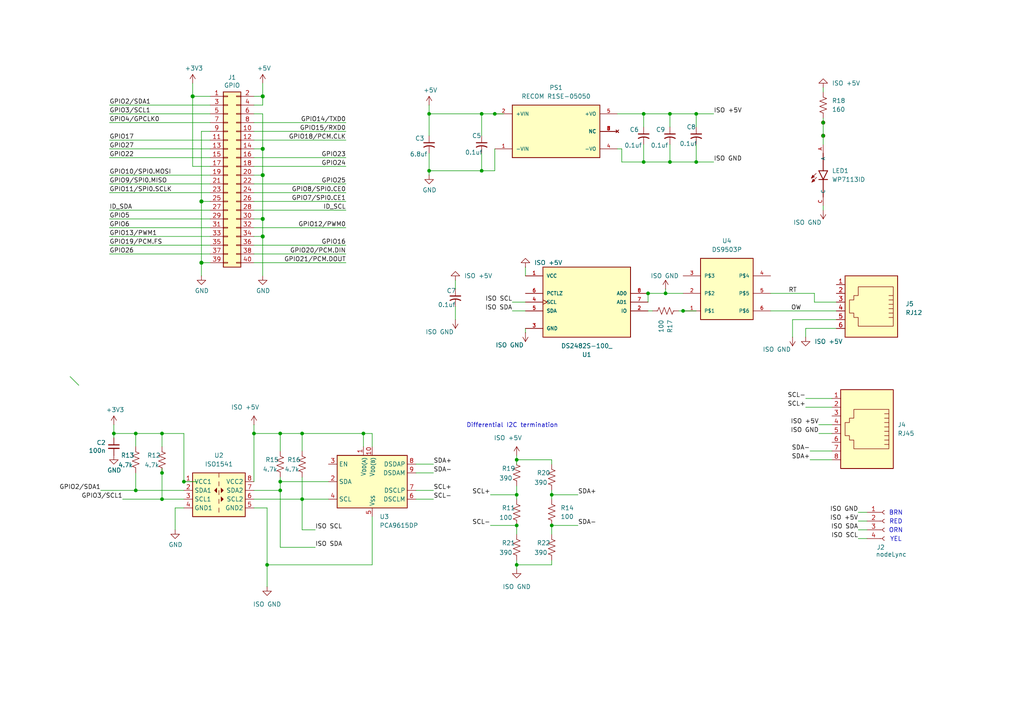
<source format=kicad_sch>
(kicad_sch (version 20250114) (generator "eeschema") (generator_version "9.0")
  (paper "A4")
  (title_block (title "Garden RPI I2C") (date "2025-06-09") (rev "1.3") (company "Vinnie Moscaritolo"))
  (lib_symbols
    (symbol "Connector:Conn_01x04_Socket" (pin_names (offset 1.016) (hide yes))
      (property "Reference" "J" (at 0 5.08 0))
      (property "Value" "Conn_01x04_Socket" (at 0 -7.62 0))
      (symbol "Conn_01x04_Socket_1_1"
        (pin passive line (at -5.08 2.54 0) (length 3.81) (name "Pin_1") (number "1"))
        (pin passive line (at -5.08 0 0) (length 3.81) (name "Pin_2") (number "2"))
        (pin passive line (at -5.08 -2.54 0) (length 3.81) (name "Pin_3") (number "3"))
        (pin passive line (at -5.08 -5.08 0) (length 3.81) (name "Pin_4") (number "4"))
      )
    )
    (symbol "Connector:RJ12" (pin_names (offset 1.016))
      (property "Reference" "J" (at -5.08 11.43 0))
      (property "Value" "RJ12" (at 2.54 11.43 0))
      (symbol "RJ12_1_1"
        (pin passive line (at 10.16 7.62 180) (length 2.54) (name "~") (number "6"))
        (pin passive line (at 10.16 5.08 180) (length 2.54) (name "~") (number "5"))
        (pin passive line (at 10.16 2.54 180) (length 2.54) (name "~") (number "4"))
        (pin passive line (at 10.16 0 180) (length 2.54) (name "~") (number "3"))
        (pin passive line (at 10.16 -2.54 180) (length 2.54) (name "~") (number "2"))
        (pin passive line (at 10.16 -5.08 180) (length 2.54) (name "~") (number "1"))
      )
    )
    (symbol "Connector:RJ45" (pin_names (offset 1.016))
      (property "Reference" "J" (at -5.08 13.97 0))
      (property "Value" "RJ45" (at 2.54 13.97 0))
      (symbol "RJ45_1_1"
        (pin passive line (at 10.16 10.16 180) (length 2.54) (name "~") (number "8"))
        (pin passive line (at 10.16 7.62 180) (length 2.54) (name "~") (number "7"))
        (pin passive line (at 10.16 5.08 180) (length 2.54) (name "~") (number "6"))
        (pin passive line (at 10.16 2.54 180) (length 2.54) (name "~") (number "5"))
        (pin passive line (at 10.16 0 180) (length 2.54) (name "~") (number "4"))
        (pin passive line (at 10.16 -2.54 180) (length 2.54) (name "~") (number "3"))
        (pin passive line (at 10.16 -5.08 180) (length 2.54) (name "~") (number "2"))
        (pin passive line (at 10.16 -7.62 180) (length 2.54) (name "~") (number "1"))
      )
    )
    (symbol "Connector:TestPoint_Small" (pin_numbers (hide yes)) (pin_names (offset 0.762) (hide yes))
      (property "Reference" "TP" (at 0 3.81 0))
      (property "Value" "TestPoint_Small" (at 0 2.032 0))
      (symbol "TestPoint_Small_1_1"
        (pin passive line (at 0 0 90) (length 0) (name "1") (number "1"))
      )
    )
    (symbol "Connector_Generic:Conn_02x20_Odd_Even" (pin_names (offset 1.016) (hide yes))
      (property "Reference" "J" (at 1.27 25.4 0))
      (property "Value" "Conn_02x20_Odd_Even" (at 1.27 -27.94 0))
      (symbol "Conn_02x20_Odd_Even_1_1"
        (pin passive line (at -5.08 22.86 0) (length 3.81) (name "Pin_1") (number "1"))
        (pin passive line (at -5.08 20.32 0) (length 3.81) (name "Pin_3") (number "3"))
        (pin passive line (at -5.08 17.78 0) (length 3.81) (name "Pin_5") (number "5"))
        (pin passive line (at -5.08 15.24 0) (length 3.81) (name "Pin_7") (number "7"))
        (pin passive line (at -5.08 12.7 0) (length 3.81) (name "Pin_9") (number "9"))
        (pin passive line (at -5.08 10.16 0) (length 3.81) (name "Pin_11") (number "11"))
        (pin passive line (at -5.08 7.62 0) (length 3.81) (name "Pin_13") (number "13"))
        (pin passive line (at -5.08 5.08 0) (length 3.81) (name "Pin_15") (number "15"))
        (pin passive line (at -5.08 2.54 0) (length 3.81) (name "Pin_17") (number "17"))
        (pin passive line (at -5.08 0 0) (length 3.81) (name "Pin_19") (number "19"))
        (pin passive line (at -5.08 -2.54 0) (length 3.81) (name "Pin_21") (number "21"))
        (pin passive line (at -5.08 -5.08 0) (length 3.81) (name "Pin_23") (number "23"))
        (pin passive line (at -5.08 -7.62 0) (length 3.81) (name "Pin_25") (number "25"))
        (pin passive line (at -5.08 -10.16 0) (length 3.81) (name "Pin_27") (number "27"))
        (pin passive line (at -5.08 -12.7 0) (length 3.81) (name "Pin_29") (number "29"))
        (pin passive line (at -5.08 -15.24 0) (length 3.81) (name "Pin_31") (number "31"))
        (pin passive line (at -5.08 -17.78 0) (length 3.81) (name "Pin_33") (number "33"))
        (pin passive line (at -5.08 -20.32 0) (length 3.81) (name "Pin_35") (number "35"))
        (pin passive line (at -5.08 -22.86 0) (length 3.81) (name "Pin_37") (number "37"))
        (pin passive line (at -5.08 -25.4 0) (length 3.81) (name "Pin_39") (number "39"))
        (pin passive line (at 7.62 22.86 180) (length 3.81) (name "Pin_2") (number "2"))
        (pin passive line (at 7.62 20.32 180) (length 3.81) (name "Pin_4") (number "4"))
        (pin passive line (at 7.62 17.78 180) (length 3.81) (name "Pin_6") (number "6"))
        (pin passive line (at 7.62 15.24 180) (length 3.81) (name "Pin_8") (number "8"))
        (pin passive line (at 7.62 12.7 180) (length 3.81) (name "Pin_10") (number "10"))
        (pin passive line (at 7.62 10.16 180) (length 3.81) (name "Pin_12") (number "12"))
        (pin passive line (at 7.62 7.62 180) (length 3.81) (name "Pin_14") (number "14"))
        (pin passive line (at 7.62 5.08 180) (length 3.81) (name "Pin_16") (number "16"))
        (pin passive line (at 7.62 2.54 180) (length 3.81) (name "Pin_18") (number "18"))
        (pin passive line (at 7.62 0 180) (length 3.81) (name "Pin_20") (number "20"))
        (pin passive line (at 7.62 -2.54 180) (length 3.81) (name "Pin_22") (number "22"))
        (pin passive line (at 7.62 -5.08 180) (length 3.81) (name "Pin_24") (number "24"))
        (pin passive line (at 7.62 -7.62 180) (length 3.81) (name "Pin_26") (number "26"))
        (pin passive line (at 7.62 -10.16 180) (length 3.81) (name "Pin_28") (number "28"))
        (pin passive line (at 7.62 -12.7 180) (length 3.81) (name "Pin_30") (number "30"))
        (pin passive line (at 7.62 -15.24 180) (length 3.81) (name "Pin_32") (number "32"))
        (pin passive line (at 7.62 -17.78 180) (length 3.81) (name "Pin_34") (number "34"))
        (pin passive line (at 7.62 -20.32 180) (length 3.81) (name "Pin_36") (number "36"))
        (pin passive line (at 7.62 -22.86 180) (length 3.81) (name "Pin_38") (number "38"))
        (pin passive line (at 7.62 -25.4 180) (length 3.81) (name "Pin_40") (number "40"))
      )
    )
    (symbol "DS2482S-100_:DS2482S-100_" (pin_names (offset 1.016))
      (property "Reference" "U" (at -12.7 10.16 0))
      (property "Value" "DS2482S-100_" (at -12.7 -12.7 0))
      (symbol "DS2482S-100__0_0"
        (pin input line (at -17.78 2.54 0) (length 5.08) (name "AD0") (number "8"))
        (pin input line (at -17.78 0 0) (length 5.08) (name "AD1") (number "7"))
        (pin bidirectional line (at -17.78 -2.54 0) (length 5.08) (name "IO") (number "2"))
        (pin power_in line (at 17.78 7.62 180) (length 5.08) (name "VCC") (number "1"))
        (pin output line (at 17.78 2.54 180) (length 5.08) (name "PCTLZ") (number "6"))
        (pin input clock (at 17.78 0 180) (length 5.08) (name "SCL") (number "4"))
        (pin bidirectional line (at 17.78 -2.54 180) (length 5.08) (name "SDA") (number "5"))
        (pin power_in line (at 17.78 -7.62 180) (length 5.08) (name "GND") (number "3"))
      )
    )
    (symbol "DS9503P:DS9503P" (pin_names (offset 1.016))
      (property "Reference" "U" (at 0 0 0))
      (property "Value" "DS9503P" (at 0 0 0))
      (symbol "DS9503P_0_0"
        (pin bidirectional line (at -12.7 5.08 0) (length 5.08) (name "P$1") (number "1"))
        (pin bidirectional line (at -12.7 0 0) (length 5.08) (name "P$2") (number "2"))
        (pin bidirectional line (at -12.7 -5.08 0) (length 5.08) (name "P$3") (number "3"))
        (pin bidirectional line (at 12.7 5.08 180) (length 5.08) (name "P$6") (number "6"))
        (pin bidirectional line (at 12.7 0 180) (length 5.08) (name "P$5") (number "5"))
        (pin bidirectional line (at 12.7 -5.08 180) (length 5.08) (name "P$4") (number "4"))
      )
    )
    (symbol "Device:C_Small" (pin_numbers (hide yes)) (pin_names (offset 0.254) (hide yes))
      (property "Reference" "C" (at 0.254 1.778 0))
      (property "Value" "C_Small" (at 0.254 -2.032 0))
      (symbol "C_Small_1_1"
        (pin passive line (at 0 2.54 270) (length 2.032) (name "~") (number "1"))
        (pin passive line (at 0 -2.54 90) (length 2.032) (name "~") (number "2"))
      )
    )
    (symbol "Device:C_Small_US" (pin_numbers (hide yes)) (pin_names (offset 0.254) (hide yes))
      (property "Reference" "C" (at 0.254 1.778 0))
      (property "Value" "C_Small_US" (at 0.254 -2.032 0))
      (symbol "C_Small_US_1_1"
        (pin passive line (at 0 2.54 270) (length 2.032) (name "~") (number "1"))
        (pin passive line (at 0 -2.54 90) (length 2.032) (name "~") (number "2"))
      )
    )
    (symbol "Device:R_US" (pin_numbers (hide yes)) (pin_names (offset 0))
      (property "Reference" "R" (at 2.54 0 90))
      (property "Value" "R_US" (at -2.54 0 90))
      (symbol "R_US_1_1"
        (pin passive line (at 0 3.81 270) (length 1.27) (name "~") (number "1"))
        (pin passive line (at 0 -3.81 90) (length 1.27) (name "~") (number "2"))
      )
    )
    (symbol "Interface:PCA9615DP"
      (property "Reference" "U" (at -10.16 8.89 0))
      (property "Value" "PCA9615DP" (at 1.27 8.89 0))
      (symbol "PCA9615DP_1_1"
        (pin input line (at -12.7 5.08 0) (length 2.54) (name "EN") (number "3"))
        (pin bidirectional line (at -12.7 0 0) (length 2.54) (name "SDA") (number "2"))
        (pin bidirectional line (at -12.7 -5.08 0) (length 2.54) (name "SCL") (number "4"))
        (pin power_in line (at -2.54 10.16 270) (length 2.54) (name "V_{DD(A)}") (number "1"))
        (pin power_in line (at 0 10.16 270) (length 2.54) (name "V_{DD(B)}") (number "10"))
        (pin power_in line (at 0 -10.16 90) (length 2.54) (name "V_{SS}") (number "5"))
        (pin bidirectional line (at 12.7 5.08 180) (length 2.54) (name "DSDAP") (number "8"))
        (pin bidirectional line (at 12.7 2.54 180) (length 2.54) (name "DSDAM") (number "9"))
        (pin bidirectional line (at 12.7 -2.54 180) (length 2.54) (name "DSCLP") (number "7"))
        (pin bidirectional line (at 12.7 -5.08 180) (length 2.54) (name "DSCLM") (number "6"))
      )
    )
    (symbol "Isolator:ISO1541"
      (property "Reference" "U" (at -6.35 6.35 0))
      (property "Value" "ISO1541" (at 3.81 6.35 0))
      (symbol "ISO1541_1_1"
        (pin power_in line (at -10.16 2.54 0) (length 2.54) (name "VCC1") (number "1"))
        (pin bidirectional line (at -10.16 0 0) (length 2.54) (name "SDA1") (number "2"))
        (pin input line (at -10.16 -2.54 0) (length 2.54) (name "SCL1") (number "3"))
        (pin power_in line (at -10.16 -5.08 0) (length 2.54) (name "GND1") (number "4"))
        (pin power_in line (at 10.16 2.54 180) (length 2.54) (name "VCC2") (number "8"))
        (pin bidirectional line (at 10.16 0 180) (length 2.54) (name "SDA2") (number "7"))
        (pin output line (at 10.16 -2.54 180) (length 2.54) (name "SCL2") (number "6"))
        (pin power_in line (at 10.16 -5.08 180) (length 2.54) (name "GND2") (number "5"))
      )
    )
    (symbol "TSM_1212S:TSM_1212S" (pin_names (offset 1.016))
      (property "Reference" "PS" (at -12.7 8.128 0))
      (property "Value" "TSM_1212S" (at -12.7 -10.16 0))
      (symbol "TSM_1212S_0_0"
        (pin input line (at -17.78 5.08 0) (length 5.08) (name "+VIN") (number "2"))
        (pin input line (at -17.78 -5.08 0) (length 5.08) (name "-VIN") (number "1"))
        (pin output line (at 17.78 5.08 180) (length 5.08) (name "+VO") (number "5"))
        (pin no_connect line (at 17.78 0 180) (length 5.08) (name "NC") (number "3"))
        (pin no_connect line (at 17.78 0 180) (length 5.08) (name "NC") (number "6"))
        (pin no_connect line (at 17.78 0 180) (length 5.08) (name "NC") (number "7"))
        (pin no_connect line (at 17.78 0 180) (length 5.08) (name "NC") (number "8"))
        (pin output line (at 17.78 -5.08 180) (length 5.08) (name "-VO") (number "4"))
      )
    )
    (symbol "WP7113ID:WP7113ID" (pin_names (offset 1.016))
      (property "Reference" "D" (at -2.0355 4.071 0))
      (property "Value" "WP7113ID" (at -2.0386 -3.8224 0))
      (symbol "WP7113ID_0_0"
        (pin passive line (at -7.62 0 0) (length 2.54) (name "C") (number "C"))
        (pin passive line (at 10.16 0 180) (length 2.54) (name "A") (number "A"))
      )
    )
    (symbol "power:+3.3V" (power) (pin_numbers (hide yes)) (pin_names (offset 0) (hide yes))
      (property "Value" "+3.3V" (at 0 3.556 0))
      (symbol "+3.3V_1_1"
        (pin power_in line (at 0 0 90) (length 0) (name "~") (number "1"))
      )
    )
    (symbol "power:+5V" (power) (pin_numbers (hide yes)) (pin_names (offset 0) (hide yes))
      (property "Value" "+5V" (at 0 3.556 0))
      (symbol "+5V_1_1"
        (pin power_in line (at 0 0 90) (length 0) (name "~") (number "1"))
      )
    )
    (symbol "power:+5VP" (power) (pin_numbers (hide yes)) (pin_names (offset 0) (hide yes))
      (property "Value" "+5VP" (at 0 3.556 0))
      (symbol "+5VP_1_1"
        (pin power_in line (at 0 0 90) (length 0) (name "~") (number "1"))
      )
    )
    (symbol "power:GND" (power) (pin_numbers (hide yes)) (pin_names (offset 0) (hide yes))
      (property "Value" "GND" (at 0 -3.81 0))
      (symbol "GND_1_1"
        (pin power_in line (at 0 0 270) (length 0) (name "~") (number "1"))
      )
    )
    (symbol "power:GND1" (power) (pin_numbers (hide yes)) (pin_names (offset 0) (hide yes))
      (property "Value" "GND1" (at 0 -3.81 0))
      (symbol "GND1_1_1"
        (pin power_in line (at 0 0 270) (length 0) (name "~") (number "1"))
      )
    )
  )
  (text "BRN" (at 259.842 148.844 0) (effects (font (size 1.27 1.27))))
  (text "Differential I2C termination" (at 148.59 123.444 0) (effects (font (size 1.27 1.27))))
  (text "YEL" (at 259.842 156.464 0) (effects (font (size 1.27 1.27))))
  (text "RED\n" (at 259.842 151.384 0) (effects (font (size 1.27 1.27))))
  (text "ORN" (at 259.842 153.924 0) (effects (font (size 1.27 1.27))))
  (junction (at 139.7 33.02))
  (junction (at 76.2 27.94) (diameter 1.016))
  (junction (at 81.28 125.73))
  (junction (at 76.2 43.18) (diameter 1.016))
  (junction (at 187.96 85.09))
  (junction (at 81.28 139.7))
  (junction (at 87.63 144.78))
  (junction (at 46.99 125.73))
  (junction (at 139.7 49.53))
  (junction (at 186.69 46.99))
  (junction (at 149.86 152.4))
  (junction (at 198.12 90.17))
  (junction (at 194.31 33.02))
  (junction (at 53.34 139.7))
  (junction (at 58.42 76.2) (diameter 1.016))
  (junction (at 193.04 85.09))
  (junction (at 124.46 33.02))
  (junction (at 58.42 58.42) (diameter 1.016))
  (junction (at 149.86 133.35))
  (junction (at 46.99 137.16))
  (junction (at 201.93 46.99))
  (junction (at 76.2 68.58) (diameter 1.016))
  (junction (at 194.31 46.99))
  (junction (at 238.76 39.37))
  (junction (at 143.51 33.02))
  (junction (at 81.28 142.24))
  (junction (at 160.02 152.4))
  (junction (at 238.76 35.56))
  (junction (at 33.02 125.73))
  (junction (at 124.46 49.53))
  (junction (at 186.69 33.02))
  (junction (at 87.63 125.73))
  (junction (at 76.2 63.5) (diameter 1.016))
  (junction (at 46.99 144.78))
  (junction (at 76.2 50.8) (diameter 1.016))
  (junction (at 39.37 125.73))
  (junction (at 160.02 143.51))
  (junction (at 149.86 143.51))
  (junction (at 39.37 142.24))
  (junction (at 77.47 163.83))
  (junction (at 201.93 33.02))
  (junction (at 73.66 125.73))
  (junction (at 149.86 163.83))
  (junction (at 105.41 125.73))
  (junction (at 55.88 27.94) (diameter 1.016))
  (bus_entry (at 20.32 109.22) (size 2.54 2.54))
  (wire (pts (xy 152.4 96.52) (xy 152.4 95.25)))
  (wire (pts (xy 58.42 58.42) (xy 58.42 76.2)))
  (wire (pts (xy 73.66 58.42) (xy 100.33 58.42)))
  (wire (pts (xy 46.99 135.89) (xy 46.99 137.16)))
  (wire (pts (xy 107.95 125.73) (xy 105.41 125.73)))
  (wire (pts (xy 87.63 138.43) (xy 87.63 144.78)))
  (wire (pts (xy 105.41 125.73) (xy 87.63 125.73)))
  (wire (pts (xy 207.01 46.99) (xy 201.93 46.99)))
  (wire (pts (xy 60.96 40.64) (xy 31.75 40.64)))
  (wire (pts (xy 142.24 152.4) (xy 149.86 152.4)))
  (wire (pts (xy 233.68 115.57) (xy 241.3 115.57)))
  (wire (pts (xy 73.66 147.32) (xy 77.47 147.32)))
  (wire (pts (xy 149.86 163.83) (xy 160.02 163.83)))
  (wire (pts (xy 50.8 147.32) (xy 50.8 153.67)))
  (wire (pts (xy 76.2 33.02) (xy 76.2 43.18)))
  (wire (pts (xy 229.87 97.79) (xy 229.87 92.71)))
  (wire (pts (xy 76.2 50.8) (xy 73.66 50.8)))
  (wire (pts (xy 73.66 142.24) (xy 81.28 142.24)))
  (wire (pts (xy 81.28 142.24) (xy 81.28 158.75)))
  (wire (pts (xy 76.2 63.5) (xy 76.2 68.58)))
  (wire (pts (xy 196.85 90.17) (xy 198.12 90.17)))
  (wire (pts (xy 193.04 83.82) (xy 193.04 85.09)))
  (wire (pts (xy 53.34 125.73) (xy 53.34 139.7)))
  (wire (pts (xy 160.02 143.51) (xy 160.02 142.24)))
  (wire (pts (xy 194.31 46.99) (xy 201.93 46.99)))
  (wire (pts (xy 238.76 35.56) (xy 238.76 39.37)))
  (wire (pts (xy 223.52 85.09) (xy 236.22 85.09)))
  (wire (pts (xy 91.44 153.67) (xy 87.63 153.67)))
  (wire (pts (xy 46.99 125.73) (xy 53.34 125.73)))
  (wire (pts (xy 248.92 156.21) (xy 251.46 156.21)))
  (wire (pts (xy 76.2 50.8) (xy 76.2 63.5)))
  (wire (pts (xy 46.99 125.73) (xy 46.99 129.54)))
  (wire (pts (xy 73.66 35.56) (xy 100.33 35.56)))
  (wire (pts (xy 201.93 33.02) (xy 201.93 36.83)))
  (wire (pts (xy 180.34 46.99) (xy 180.34 43.18)))
  (wire (pts (xy 58.42 38.1) (xy 58.42 58.42)))
  (wire (pts (xy 87.63 144.78) (xy 95.25 144.78)))
  (wire (pts (xy 73.66 125.73) (xy 81.28 125.73)))
  (wire (pts (xy 33.02 125.73) (xy 33.02 127)))
  (wire (pts (xy 53.34 147.32) (xy 50.8 147.32)))
  (wire (pts (xy 237.49 123.19) (xy 241.3 123.19)))
  (wire (pts (xy 58.42 38.1) (xy 60.96 38.1)))
  (wire (pts (xy 149.86 133.35) (xy 149.86 134.62)))
  (wire (pts (xy 73.66 55.88) (xy 100.33 55.88)))
  (wire (pts (xy 73.66 123.19) (xy 73.66 125.73)))
  (wire (pts (xy 248.92 153.67) (xy 251.46 153.67)))
  (wire (pts (xy 60.96 60.96) (xy 31.75 60.96)))
  (wire (pts (xy 120.65 142.24) (xy 125.73 142.24)))
  (wire (pts (xy 31.75 63.5) (xy 60.96 63.5)))
  (wire (pts (xy 105.41 129.54) (xy 105.41 125.73)))
  (wire (pts (xy 139.7 49.53) (xy 143.51 49.53)))
  (wire (pts (xy 58.42 58.42) (xy 60.96 58.42)))
  (wire (pts (xy 149.86 152.4) (xy 149.86 154.94)))
  (wire (pts (xy 149.86 162.56) (xy 149.86 163.83)))
  (wire (pts (xy 73.66 45.72) (xy 100.33 45.72)))
  (wire (pts (xy 143.51 43.18) (xy 143.51 49.53)))
  (wire (pts (xy 201.93 41.91) (xy 201.93 46.99)))
  (wire (pts (xy 39.37 137.16) (xy 39.37 142.24)))
  (wire (pts (xy 81.28 125.73) (xy 87.63 125.73)))
  (wire (pts (xy 35.56 144.78) (xy 46.99 144.78)))
  (wire (pts (xy 238.76 59.69) (xy 238.76 60.96)))
  (wire (pts (xy 73.66 76.2) (xy 100.33 76.2)))
  (wire (pts (xy 58.42 76.2) (xy 58.42 80.01)))
  (wire (pts (xy 31.75 43.18) (xy 60.96 43.18)))
  (wire (pts (xy 55.88 24.13) (xy 55.88 27.94)))
  (wire (pts (xy 160.02 143.51) (xy 167.64 143.51)))
  (wire (pts (xy 132.08 92.71) (xy 132.08 88.9)))
  (wire (pts (xy 193.04 85.09) (xy 187.96 85.09)))
  (wire (pts (xy 39.37 125.73) (xy 39.37 129.54)))
  (wire (pts (xy 143.51 33.02) (xy 139.7 33.02)))
  (wire (pts (xy 53.34 139.7) (xy 57.15 139.7)))
  (wire (pts (xy 124.46 33.02) (xy 124.46 39.37)))
  (wire (pts (xy 194.31 33.02) (xy 194.31 36.83)))
  (wire (pts (xy 76.2 68.58) (xy 73.66 68.58)))
  (wire (pts (xy 46.99 137.16) (xy 46.99 144.78)))
  (wire (pts (xy 107.95 129.54) (xy 107.95 125.73)))
  (wire (pts (xy 160.02 152.4) (xy 167.64 152.4)))
  (wire (pts (xy 31.75 33.02) (xy 60.96 33.02)))
  (wire (pts (xy 194.31 41.91) (xy 194.31 46.99)))
  (wire (pts (xy 31.75 55.88) (xy 60.96 55.88)))
  (wire (pts (xy 87.63 125.73) (xy 87.63 130.81)))
  (wire (pts (xy 55.88 48.26) (xy 60.96 48.26)))
  (wire (pts (xy 77.47 147.32) (xy 77.47 163.83)))
  (wire (pts (xy 60.96 30.48) (xy 31.75 30.48)))
  (wire (pts (xy 139.7 49.53) (xy 139.7 44.45)))
  (wire (pts (xy 107.95 163.83) (xy 77.47 163.83)))
  (wire (pts (xy 76.2 27.94) (xy 76.2 30.48)))
  (wire (pts (xy 193.04 85.09) (xy 198.12 85.09)))
  (wire (pts (xy 160.02 162.56) (xy 160.02 163.83)))
  (wire (pts (xy 76.2 43.18) (xy 76.2 50.8)))
  (wire (pts (xy 81.28 139.7) (xy 81.28 142.24)))
  (wire (pts (xy 73.66 40.64) (xy 100.33 40.64)))
  (wire (pts (xy 76.2 43.18) (xy 73.66 43.18)))
  (wire (pts (xy 124.46 49.53) (xy 139.7 49.53)))
  (wire (pts (xy 46.99 144.78) (xy 53.34 144.78)))
  (wire (pts (xy 76.2 24.13) (xy 76.2 27.94)))
  (wire (pts (xy 39.37 142.24) (xy 53.34 142.24)))
  (wire (pts (xy 237.49 125.73) (xy 241.3 125.73)))
  (wire (pts (xy 139.7 33.02) (xy 139.7 39.37)))
  (wire (pts (xy 31.75 35.56) (xy 60.96 35.56)))
  (wire (pts (xy 186.69 33.02) (xy 186.69 36.83)))
  (wire (pts (xy 76.2 27.94) (xy 73.66 27.94)))
  (wire (pts (xy 55.88 27.94) (xy 55.88 48.26)))
  (wire (pts (xy 73.66 48.26) (xy 100.33 48.26)))
  (wire (pts (xy 73.66 38.1) (xy 100.33 38.1)))
  (wire (pts (xy 124.46 33.02) (xy 139.7 33.02)))
  (wire (pts (xy 234.95 130.81) (xy 241.3 130.81)))
  (wire (pts (xy 33.02 125.73) (xy 39.37 125.73)))
  (wire (pts (xy 242.57 95.25) (xy 233.68 95.25)))
  (wire (pts (xy 31.75 45.72) (xy 60.96 45.72)))
  (wire (pts (xy 31.75 53.34) (xy 60.96 53.34)))
  (wire (pts (xy 180.34 43.18) (xy 179.07 43.18)))
  (wire (pts (xy 132.08 81.28) (xy 132.08 83.82)))
  (wire (pts (xy 73.66 144.78) (xy 87.63 144.78)))
  (wire (pts (xy 81.28 139.7) (xy 95.25 139.7)))
  (wire (pts (xy 31.75 66.04) (xy 60.96 66.04)))
  (wire (pts (xy 124.46 49.53) (xy 124.46 50.8)))
  (wire (pts (xy 33.02 123.19) (xy 33.02 125.73)))
  (wire (pts (xy 76.2 30.48) (xy 73.66 30.48)))
  (wire (pts (xy 189.23 90.17) (xy 187.96 90.17)))
  (wire (pts (xy 77.47 163.83) (xy 77.47 170.18)))
  (wire (pts (xy 149.86 143.51) (xy 149.86 144.78)))
  (wire (pts (xy 248.92 151.13) (xy 251.46 151.13)))
  (wire (pts (xy 29.21 142.24) (xy 39.37 142.24)))
  (wire (pts (xy 148.59 90.17) (xy 152.4 90.17)))
  (wire (pts (xy 31.75 71.12) (xy 60.96 71.12)))
  (wire (pts (xy 149.86 140.97) (xy 149.86 143.51)))
  (wire (pts (xy 73.66 71.12) (xy 100.33 71.12)))
  (wire (pts (xy 248.92 148.59) (xy 251.46 148.59)))
  (wire (pts (xy 160.02 152.4) (xy 160.02 154.94)))
  (wire (pts (xy 238.76 39.37) (xy 238.76 41.91)))
  (wire (pts (xy 186.69 41.91) (xy 186.69 46.99)))
  (wire (pts (xy 81.28 138.43) (xy 81.28 139.7)))
  (wire (pts (xy 180.34 46.99) (xy 186.69 46.99)))
  (wire (pts (xy 73.66 66.04) (xy 100.33 66.04)))
  (wire (pts (xy 58.42 76.2) (xy 60.96 76.2)))
  (wire (pts (xy 160.02 133.35) (xy 149.86 133.35)))
  (wire (pts (xy 146.05 33.02) (xy 143.51 33.02)))
  (wire (pts (xy 160.02 144.78) (xy 160.02 143.51)))
  (wire (pts (xy 187.96 85.09) (xy 187.96 87.63)))
  (wire (pts (xy 73.66 125.73) (xy 73.66 139.7)))
  (wire (pts (xy 73.66 73.66) (xy 100.33 73.66)))
  (wire (pts (xy 223.52 90.17) (xy 242.57 90.17)))
  (wire (pts (xy 152.4 77.47) (xy 152.4 80.01)))
  (wire (pts (xy 76.2 33.02) (xy 73.66 33.02)))
  (wire (pts (xy 107.95 149.86) (xy 107.95 163.83)))
  (wire (pts (xy 31.75 73.66) (xy 60.96 73.66)))
  (wire (pts (xy 186.69 33.02) (xy 194.31 33.02)))
  (wire (pts (xy 160.02 133.35) (xy 160.02 134.62)))
  (wire (pts (xy 236.22 87.63) (xy 242.57 87.63)))
  (wire (pts (xy 120.65 134.62) (xy 125.73 134.62)))
  (wire (pts (xy 124.46 33.02) (xy 124.46 30.48)))
  (wire (pts (xy 87.63 144.78) (xy 87.63 153.67)))
  (wire (pts (xy 76.2 68.58) (xy 76.2 80.01)))
  (wire (pts (xy 73.66 53.34) (xy 100.33 53.34)))
  (wire (pts (xy 60.96 68.58) (xy 31.75 68.58)))
  (wire (pts (xy 91.44 158.75) (xy 81.28 158.75)))
  (wire (pts (xy 201.93 90.17) (xy 198.12 90.17)))
  (wire (pts (xy 238.76 35.56) (xy 238.76 34.29)))
  (wire (pts (xy 186.69 46.99) (xy 194.31 46.99)))
  (wire (pts (xy 149.86 132.08) (xy 149.86 133.35)))
  (wire (pts (xy 81.28 125.73) (xy 81.28 130.81)))
  (wire (pts (xy 120.65 144.78) (xy 125.73 144.78)))
  (wire (pts (xy 234.95 133.35) (xy 241.3 133.35)))
  (wire (pts (xy 120.65 137.16) (xy 125.73 137.16)))
  (wire (pts (xy 233.68 95.25) (xy 233.68 97.79)))
  (wire (pts (xy 76.2 63.5) (xy 73.66 63.5)))
  (wire (pts (xy 149.86 163.83) (xy 149.86 165.1)))
  (wire (pts (xy 124.46 44.45) (xy 124.46 49.53)))
  (wire (pts (xy 148.59 87.63) (xy 152.4 87.63)))
  (wire (pts (xy 55.88 27.94) (xy 60.96 27.94)))
  (wire (pts (xy 229.87 92.71) (xy 242.57 92.71)))
  (wire (pts (xy 194.31 33.02) (xy 201.93 33.02)))
  (wire (pts (xy 238.76 26.67) (xy 238.76 25.4)))
  (wire (pts (xy 207.01 33.02) (xy 201.93 33.02)))
  (wire (pts (xy 233.68 118.11) (xy 241.3 118.11)))
  (wire (pts (xy 236.22 85.09) (xy 236.22 87.63)))
  (wire (pts (xy 142.24 143.51) (xy 149.86 143.51)))
  (wire (pts (xy 60.96 50.8) (xy 31.75 50.8)))
  (wire (pts (xy 73.66 60.96) (xy 100.33 60.96)))
  (wire (pts (xy 179.07 33.02) (xy 186.69 33.02)))
  (wire (pts (xy 39.37 125.73) (xy 46.99 125.73)))
  (label "SDA+" (at 167.64 143.51 0))
  (label "ID_SDA" (at 31.75 60.96 0))
  (label "GPIO6" (at 31.75 66.04 0))
  (label "ISO GND" (at 248.92 148.59 180))
  (label "ISO SCL" (at 91.44 153.67 0))
  (label "RT" (at 231.14 85.09 180))
  (label "ID_SCL" (at 100.33 60.96 180))
  (label "GPIO5" (at 31.75 63.5 0))
  (label "GPIO21{slash}PCM.DOUT" (at 100.33 76.2 180))
  (label "GPIO19{slash}PCM.FS" (at 31.75 71.12 0))
  (label "SCL+" (at 125.73 142.24 0))
  (label "GPIO10{slash}SPI0.MOSI" (at 31.75 50.8 0))
  (label "ISO +5V" (at 237.49 123.19 180))
  (label "GPIO9{slash}SPI0.MISO" (at 31.75 53.34 0))
  (label "ISO +5V" (at 248.92 151.13 180))
  (label "GPIO2{slash}SDA1" (at 29.21 142.24 180))
  (label "GPIO23" (at 100.33 45.72 180))
  (label "SDA-" (at 125.73 137.16 0))
  (label "SDA+" (at 234.95 133.35 180))
  (label "GPIO4{slash}GPCLK0" (at 31.75 35.56 0))
  (label "SCL+" (at 233.68 118.11 180))
  (label "GPIO27" (at 31.75 43.18 0))
  (label "GPIO26" (at 31.75 73.66 0))
  (label "GPIO14{slash}TXD0" (at 100.33 35.56 180))
  (label "GPIO8{slash}SPI0.CE0" (at 100.33 55.88 180))
  (label "GPIO15{slash}RXD0" (at 100.33 38.1 180))
  (label "GPIO16" (at 100.33 71.12 180))
  (label "ISO SDA" (at 148.59 90.17 180))
  (label "GPIO3{slash}SCL1" (at 35.56 144.78 180))
  (label "ISO GND" (at 207.01 46.99 0))
  (label "SCL-" (at 142.24 152.4 180))
  (label "GPIO22" (at 31.75 45.72 0))
  (label "SCL-" (at 125.73 144.78 0))
  (label "ISO SCL" (at 248.92 156.21 180))
  (label "ISO SDA" (at 248.92 153.67 180))
  (label "SCL-" (at 233.68 115.57 180))
  (label "GPIO2{slash}SDA1" (at 31.75 30.48 0))
  (label "GPIO17" (at 31.75 40.64 0))
  (label "GPIO25" (at 100.33 53.34 180))
  (label "SCL+" (at 142.24 143.51 180))
  (label "GPIO3{slash}SCL1" (at 31.75 33.02 0))
  (label "SDA+" (at 125.73 134.62 0))
  (label "GPIO18{slash}PCM.CLK" (at 100.33 40.64 180))
  (label "GPIO12{slash}PWM0" (at 100.33 66.04 180))
  (label "SDA-" (at 234.95 130.81 180))
  (label "GPIO13{slash}PWM1" (at 31.75 68.58 0))
  (label "GPIO20{slash}PCM.DIN" (at 100.33 73.66 180))
  (label "GPIO24" (at 100.33 48.26 180))
  (label "ISO SDA" (at 91.44 158.75 0))
  (label "GPIO7{slash}SPI0.CE1" (at 100.33 58.42 180))
  (label "ISO GND" (at 237.49 125.73 180))
  (label "OW" (at 232.41 90.17 180))
  (label "ISO +5V" (at 207.01 33.02 0))
  (label "SDA-" (at 167.64 152.4 0))
  (label "ISO SCL" (at 148.59 87.63 180))
  (label "GPIO11{slash}SPI0.SCLK" (at 31.75 55.88 0))
  (symbol (lib_id "power:+5V") (at 76.2 24.13 0) (unit 1)
    (property "Reference" "#PWR01" (effects (hide yes)))
    (property "Value" "+5V" (at 76.5683 19.8056 0))
    (property "Description" "Power symbol creates a global label with name \"+5V\"" (effects (hide yes)))
  )
  (symbol (lib_id "power:+3.3V") (at 55.88 24.13 0) (unit 1)
    (property "Reference" "#PWR04" (effects (hide yes)))
    (property "Value" "+3V3" (at 56.2483 19.8056 0))
    (property "Description" "Power symbol creates a global label with name \"+3.3V\"" (effects (hide yes)))
  )
  (symbol (lib_id "power:GND") (at 76.2 80.01 0) (unit 1)
    (property "Reference" "#PWR02" (effects (hide yes)))
    (property "Value" "GND" (at 76.3143 84.3344 0))
    (property "Description" "Power symbol creates a global label with name \"GND\" , ground" (effects (hide yes)))
  )
  (symbol (lib_id "power:GND") (at 58.42 80.01 0) (unit 1)
    (property "Reference" "#PWR03" (effects (hide yes)))
    (property "Value" "GND" (at 58.5343 84.3344 0))
    (property "Description" "Power symbol creates a global label with name \"GND\" , ground" (effects (hide yes)))
  )
  (symbol (lib_id "Connector_Generic:Conn_02x20_Odd_Even") (at 66.04 50.8 0) (unit 1)
    (property "Reference" "J1" (at 67.31 22.4598 0))
    (property "Value" "GPIO" (at 67.31 24.765 0))
    (property "Footprint" "Connector_PinSocket_2.54mm:PinSocket_2x20_P2.54mm_Vertical" (effects (hide yes)))
    (property "Description" "Generic connector, double row, 02x20, odd/even pin numbering scheme (row 1 odd numbers, row 2 even numbers), script generated (kicad-library-utils/schlib/autogen/connector/)" (effects (hide yes)))
  )
  (symbol (lib_id "DS9503P:DS9503P") (at 210.82 85.09 0) (mirror x) (unit 1)
    (property "Reference" "U4" (at 210.82 69.85 0))
    (property "Value" "DS9503P" (at 210.82 72.39 0))
    (property "Footprint" "Package_SO_J-Lead:TSOC-6_3.76x3.94mm_P1.27mm" (effects (hide yes)))
    (property "Datasheet" "kicad-embed://DS9503.pdf" (effects (hide yes)))
    (property "MF" "Analog Devices" (effects (hide yes)))
    (property "Description_1" "ESD Protection Diode with Resistors" (effects (hide yes)))
    (property "Package" "TSOC-6 Maxim" (effects (hide yes)))
    (property "Price" "None" (effects (hide yes)))
    (property "SnapEDA_Link" "https://www.snapeda.com/parts/DS9503P+T&R/Analog+Devices/view-part/?ref=snap" (effects (hide yes)))
    (property "MP" "DS9503P+T&amp;R" (effects (hide yes)))
    (property "Availability" "In Stock" (effects (hide yes)))
    (property "Check_prices" "https://www.snapeda.com/parts/DS9503P+T&R/Analog+Devices/view-part/?ref=eda" (effects (hide yes)))
  )
  (symbol (lib_id "Device:R_US") (at 160.02 148.59 0) (unit 1)
    (property "Reference" "R14" (at 162.56 147.3199 0) (effects (justify left)))
    (property "Value" "100" (at 162.56 149.8599 0) (effects (justify left)))
    (property "Footprint" "Resistor_THT:R_Axial_DIN0204_L3.6mm_D1.6mm_P5.08mm_Horizontal" (effects (hide yes)))
    (property "Description" "Resistor, US symbol" (effects (hide yes)))
  )
  (symbol (lib_id "Device:C_Small_US") (at 186.69 39.37 0) (unit 1)
    (property "Reference" "C6" (at 182.626 37.592 0) (effects (justify left)))
    (property "Value" "0.1uf" (at 181.102 42.164 0) (effects (justify left)))
    (property "Footprint" "Capacitor_THT:C_Disc_D5.0mm_W2.5mm_P2.50mm" (effects (hide yes)))
    (property "Description" "capacitor, small US symbol" (effects (hide yes)))
  )
  (symbol (lib_id "power:+5V") (at 124.46 30.48 0) (unit 1)
    (property "Reference" "#PWR05" (effects (hide yes)))
    (property "Value" "+5V" (at 124.8283 26.1556 0))
    (property "Description" "Power symbol creates a global label with name \"+5V\"" (effects (hide yes)))
  )
  (symbol (lib_id "power:GND") (at 33.02 132.08 0) (unit 1)
    (property "Reference" "#PWR0106" (effects (hide yes)))
    (property "Value" "GND" (at 33.1343 136.4044 0))
    (property "Description" "Power symbol creates a global label with name \"GND\" , ground" (effects (hide yes)))
  )
  (symbol (lib_id "Device:R_US") (at 39.37 133.35 0) (unit 1)
    (property "Reference" "R13" (at 35.052 132.08 0) (effects (justify left)))
    (property "Value" "4.7k" (at 34.29 134.874 0) (effects (justify left)))
    (property "Footprint" "Resistor_THT:R_Axial_DIN0204_L3.6mm_D1.6mm_P5.08mm_Horizontal" (effects (hide yes)))
    (property "Description" "Resistor, US symbol" (effects (hide yes)))
  )
  (symbol (lib_id "Connector:TestPoint_Small") (at 238.76 39.37 0) (unit 1)
    (property "Reference" "TP1" (effects (hide yes)))
    (property "Value" "TestPoint_Small" (effects (hide yes)))
    (property "Footprint" "TestPoint:TestPoint_Pad_1.0x1.0mm" (effects (hide yes)))
    (property "Description" "test point" (effects (hide yes)))
  )
  (symbol (lib_id "Device:C_Small_US") (at 139.7 41.91 0) (unit 1)
    (property "Reference" "C5" (at 136.906 39.37 0) (effects (justify left)))
    (property "Value" "0.1uf" (at 134.874 44.196 0) (effects (justify left)))
    (property "Footprint" "Capacitor_THT:C_Disc_D5.0mm_W2.5mm_P2.50mm" (effects (hide yes)))
    (property "Description" "capacitor, small US symbol" (effects (hide yes)))
  )
  (symbol (lib_id "Device:R_US") (at 149.86 158.75 0) (unit 1)
    (property "Reference" "R21" (at 145.542 157.48 0) (effects (justify left)))
    (property "Value" "390" (at 144.78 160.274 0) (effects (justify left)))
    (property "Footprint" "Resistor_THT:R_Axial_DIN0204_L3.6mm_D1.6mm_P5.08mm_Horizontal" (effects (hide yes)))
    (property "Description" "Resistor, US symbol" (effects (hide yes)))
  )
  (symbol (lib_id "Device:R_US") (at 46.99 133.35 0) (unit 1)
    (property "Reference" "R12" (at 42.672 132.08 0) (effects (justify left)))
    (property "Value" "4.7k" (at 41.91 134.874 0) (effects (justify left)))
    (property "Footprint" "Resistor_THT:R_Axial_DIN0204_L3.6mm_D1.6mm_P5.08mm_Horizontal" (effects (hide yes)))
    (property "Description" "Resistor, US symbol" (effects (hide yes)))
  )
  (symbol (lib_id "Device:R_US") (at 160.02 138.43 0) (unit 1)
    (property "Reference" "R20" (at 155.702 137.16 0) (effects (justify left)))
    (property "Value" "390" (at 154.94 139.954 0) (effects (justify left)))
    (property "Footprint" "Resistor_THT:R_Axial_DIN0204_L3.6mm_D1.6mm_P5.08mm_Horizontal" (effects (hide yes)))
    (property "Description" "Resistor, US symbol" (effects (hide yes)))
  )
  (symbol (lib_id "Connector:TestPoint_Small") (at 238.76 35.56 0) (unit 1)
    (property "Reference" "TP2" (effects (hide yes)))
    (property "Value" "TestPoint_Small" (effects (hide yes)))
    (property "Footprint" "TestPoint:TestPoint_Pad_1.0x1.0mm" (effects (hide yes)))
    (property "Description" "test point" (effects (hide yes)))
  )
  (symbol (lib_id "Device:R_US") (at 87.63 134.62 0) (unit 1)
    (property "Reference" "R16" (at 83.312 133.35 0) (effects (justify left)))
    (property "Value" "4.7k" (at 82.55 136.144 0) (effects (justify left)))
    (property "Footprint" "Resistor_THT:R_Axial_DIN0204_L3.6mm_D1.6mm_P5.08mm_Horizontal" (effects (hide yes)))
    (property "Description" "Resistor, US symbol" (effects (hide yes)))
  )
  (symbol (lib_id "power:+5VP") (at 229.87 97.79 0) (mirror x) (unit 1)
    (property "Reference" "#PWR013" (effects (hide yes)))
    (property "Value" "ISO GND" (at 225.298 101.346 0))
    (property "Description" "Power symbol creates a global label with name \"+5VP\"" (effects (hide yes)))
  )
  (symbol (lib_id "Connector:RJ12") (at 252.73 87.63 180) (unit 1)
    (property "Reference" "J5" (at 262.636 88.138 0) (effects (justify right)))
    (property "Value" "RJ12" (at 262.636 90.678 0) (effects (justify right)))
    (property "Footprint" "Connector_RJ:RJ12_Amphenol_54601-x06_Horizontal" (effects (hide yes)))
    (property "Description" "RJ connector, 6P6C (6 positions 6 connected)" (effects (hide yes)))
  )
  (symbol (lib_id "power:+5VP") (at 149.86 132.08 0) (unit 1)
    (property "Reference" "#PWR09" (effects (hide yes)))
    (property "Value" "ISO +5V" (at 147.32 127 0))
    (property "Description" "Power symbol creates a global label with name \"+5VP\"" (effects (hide yes)))
  )
  (symbol (lib_id "power:GND1") (at 149.86 165.1 0) (unit 1)
    (property "Reference" "#PWR08" (effects (hide yes)))
    (property "Value" "ISO GND" (at 149.86 170.18 0))
    (property "Description" "Power symbol creates a global label with name \"GND1\" , ground" (effects (hide yes)))
  )
  (symbol (lib_id "Connector:RJ45") (at 251.46 123.19 180) (unit 1)
    (property "Reference" "J4" (at 260.35 123.1899 0) (effects (justify right)))
    (property "Value" "RJ45" (at 260.35 125.7299 0) (effects (justify right)))
    (property "Footprint" "Connector_RJ:RJ45_Amphenol_54602-x08_Horizontal" (effects (hide yes)))
    (property "Description" "RJ connector, 8P8C (8 positions 8 connected)" (effects (hide yes)))
  )
  (symbol (lib_id "Isolator:ISO1541") (at 63.5 142.24 0) (unit 1)
    (property "Reference" "U2" (at 63.5 132.08 0))
    (property "Value" "ISO1541" (at 63.5 134.62 0))
    (property "Footprint" "Package_SO:SOIC-8_3.9x4.9mm_P1.27mm" (effects (hide yes)))
    (property "Datasheet" "http://www.ti.com/lit/ds/symlink/iso1541.pdf" (effects (hide yes)))
    (property "Description" "I2C Isolator, 2.5 kVrms, Unidirectional Clock, Bidirectional data, SOIC-8" (effects (hide yes)))
  )
  (symbol (lib_id "power:GND1") (at 132.08 81.28 180) (unit 1)
    (property "Reference" "#PWR015" (effects (hide yes)))
    (property "Value" "ISO +5V" (at 134.62 80.0099 0) (effects (justify right)))
    (property "Description" "Power symbol creates a global label with name \"GND1\" , ground" (effects (hide yes)))
  )
  (symbol (lib_id "Connector:Conn_01x04_Socket") (at 256.54 151.13 0) (unit 1)
    (property "Reference" "J2" (at 254.254 158.75 0) (effects (justify left)))
    (property "Value" "nodeLync" (at 254 160.782 0) (effects (justify left)))
    (property "Footprint" "Connector_PinHeader_2.54mm:PinHeader_1x04_P2.54mm_Horizontal" (effects (hide yes)))
    (property "Description" "Generic connector, single row, 01x04, script generated" (effects (hide yes)))
  )
  (symbol (lib_id "Device:C_Small_US") (at 201.93 39.37 0) (unit 1)
    (property "Reference" "C8" (at 199.136 36.83 0) (effects (justify left)))
    (property "Value" "0.1uf" (at 197.104 41.656 0) (effects (justify left)))
    (property "Footprint" "Capacitor_THT:C_Disc_D5.0mm_W2.5mm_P2.50mm" (effects (hide yes)))
    (property "Description" "capacitor, small US symbol" (effects (hide yes)))
  )
  (symbol (lib_id "power:GND1") (at 238.76 25.4 180) (unit 1)
    (property "Reference" "#PWR017" (effects (hide yes)))
    (property "Value" "ISO +5V" (at 241.3 24.1299 0) (effects (justify right)))
    (property "Description" "Power symbol creates a global label with name \"GND1\" , ground" (effects (hide yes)))
  )
  (symbol (lib_id "Device:C_Small_US") (at 194.31 39.37 0) (unit 1)
    (property "Reference" "C9" (at 190.246 37.592 0) (effects (justify left)))
    (property "Value" "0.1uf" (at 188.722 42.164 0) (effects (justify left)))
    (property "Footprint" "Capacitor_THT:C_Disc_D5.0mm_W2.5mm_P2.50mm" (effects (hide yes)))
    (property "Description" "capacitor, small US symbol" (effects (hide yes)))
  )
  (symbol (lib_id "power:+5VP") (at 152.4 96.52 0) (mirror x) (unit 1)
    (property "Reference" "#PWR012" (effects (hide yes)))
    (property "Value" "ISO GND" (at 147.828 100.076 0))
    (property "Description" "Power symbol creates a global label with name \"+5VP\"" (effects (hide yes)))
  )
  (symbol (lib_id "power:GND1") (at 233.68 97.79 0) (unit 1)
    (property "Reference" "#PWR011" (effects (hide yes)))
    (property "Value" "ISO +5V" (at 236.22 99.0599 0) (effects (justify left)))
    (property "Description" "Power symbol creates a global label with name \"GND1\" , ground" (effects (hide yes)))
  )
  (symbol (lib_id "Device:R_US") (at 238.76 30.48 0) (unit 1)
    (property "Reference" "R18" (at 241.3 29.2099 0) (effects (justify left)))
    (property "Value" "160" (at 241.3 31.7499 0) (effects (justify left)))
    (property "Footprint" "Resistor_THT:R_Axial_DIN0204_L3.6mm_D1.6mm_P5.08mm_Horizontal" (effects (hide yes)))
    (property "Description" "Resistor, US symbol" (effects (hide yes)))
  )
  (symbol (lib_id "power:+5VP") (at 73.66 123.19 0) (unit 1)
    (property "Reference" "#PWR06" (effects (hide yes)))
    (property "Value" "ISO +5V" (at 71.12 118.11 0))
    (property "Description" "Power symbol creates a global label with name \"+5VP\"" (effects (hide yes)))
  )
  (symbol (lib_id "DS2482S-100_:DS2482S-100_") (at 170.18 87.63 0) (mirror y) (unit 1)
    (property "Reference" "U1" (at 170.18 102.87 0))
    (property "Value" "DS2482S-100_" (at 170.18 100.33 0))
    (property "Footprint" "Package_SO:SOIC-8_3.9x4.9mm_P1.27mm" (effects (hide yes)))
    (property "MF" "Analog Devices" (effects (hide yes)))
    (property "Description_1" "Single-Channel 1-Wire Master" (effects (hide yes)))
    (property "Package" "SOIC-8 Maxim" (effects (hide yes)))
    (property "Price" "None" (effects (hide yes)))
    (property "Check_prices" "https://www.snapeda.com/parts/DS2482S-100+/Analog+Devices/view-part/?ref=eda" (effects (hide yes)))
    (property "STANDARD" "IPC7351B" (effects (hide yes)))
    (property "SnapEDA_Link" "https://www.snapeda.com/parts/DS2482S-100+/Analog+Devices/view-part/?ref=snap" (effects (hide yes)))
    (property "MP" "DS2482S-100+" (effects (hide yes)))
    (property "Availability" "In Stock" (effects (hide yes)))
    (property "MANUFACTURER" "Maxim Integrated" (effects (hide yes)))
  )
  (symbol (lib_id "power:GND") (at 50.8 153.67 0) (unit 1)
    (property "Reference" "#PWR0105" (effects (hide yes)))
    (property "Value" "GND" (at 50.9143 157.9944 0))
    (property "Description" "Power symbol creates a global label with name \"GND\" , ground" (effects (hide yes)))
  )
  (symbol (lib_id "TSM_1212S:TSM_1212S") (at 161.29 38.1 0) (unit 1)
    (property "Reference" "PS1" (at 161.29 25.4 0))
    (property "Value" "RECOM R1SE-05050" (at 161.29 27.94 0))
    (property "Footprint" "Package_SO:SSO-8_6.7x9.8mm_P2.54mm_Clearance8mm" (effects (hide yes)))
    (property "Datasheet" "kicad-embed://R1SE.pdf" (effects (hide yes)))
    (property "MF" "Traco Power" (effects (hide yes)))
    (property "MAXIMUM_PACKAGE_HEIGHT" "7.60mm" (effects (hide yes)))
    (property "Package" "SMD-14 Traco Power" (effects (hide yes)))
    (property "Price" "None" (effects (hide yes)))
    (property "Check_prices" "https://www.snapeda.com/parts/TSM%201212S/Traco+Power/view-part/?ref=eda" (effects (hide yes)))
    (property "STANDARD" "Manufacturer Recommendations" (effects (hide yes)))
    (property "PARTREV" "September 23, 2022" (effects (hide yes)))
    (property "SnapEDA_Link" "https://www.snapeda.com/parts/TSM%201212S/Traco+Power/view-part/?ref=snap" (effects (hide yes)))
    (property "MP" "TSM 1212S" (effects (hide yes)))
    (property "Description_1" "1 Watt DC/DC converter, industrial, ±10% input, unregulated, encapsulated, SMD package" (effects (hide yes)))
    (property "SNAPEDA_PN" "TSM 0505S" (effects (hide yes)))
    (property "Availability" "In Stock" (effects (hide yes)))
    (property "MANUFACTURER" "Traco Power" (effects (hide yes)))
  )
  (symbol (lib_id "Device:C_Small_US") (at 132.08 86.36 0) (unit 1)
    (property "Reference" "C7" (at 129.54 84.328 0) (effects (justify left)))
    (property "Value" "0.1uf" (at 127 88.392 0) (effects (justify left)))
    (property "Footprint" "Capacitor_THT:C_Disc_D5.0mm_W2.5mm_P2.50mm" (effects (hide yes)))
    (property "Description" "capacitor, small US symbol" (effects (hide yes)))
  )
  (symbol (lib_id "power:+5VP") (at 132.08 92.71 0) (mirror x) (unit 1)
    (property "Reference" "#PWR016" (effects (hide yes)))
    (property "Value" "ISO GND" (at 127.508 96.266 0))
    (property "Description" "Power symbol creates a global label with name \"+5VP\"" (effects (hide yes)))
  )
  (symbol (lib_id "power:GND1") (at 77.47 170.18 0) (unit 1)
    (property "Reference" "#PWR07" (effects (hide yes)))
    (property "Value" "ISO GND" (at 77.47 175.26 0))
    (property "Description" "Power symbol creates a global label with name \"GND1\" , ground" (effects (hide yes)))
  )
  (symbol (lib_id "WP7113ID:WP7113ID") (at 238.76 52.07 90) (unit 1)
    (property "Reference" "LED1" (at 241.3 49.5299 90) (effects (justify right)))
    (property "Value" "WP7113ID" (at 241.3 52.0699 90) (effects (justify right)))
    (property "Footprint" "WP7113ID:LED_WP7113ID" (effects (hide yes)))
    (property "MF" "Kingbright" (effects (hide yes)))
    (property "Description_1" "Red 617nm LED Indication - Discrete 2V Radial" (effects (hide yes)))
    (property "Package" "Radial Kingbright" (effects (hide yes)))
    (property "Price" "None" (effects (hide yes)))
    (property "Check_prices" "https://www.snapeda.com/parts/WP7113ID/Kingbright/view-part/?ref=eda" (effects (hide yes)))
    (property "SnapEDA_Link" "https://www.snapeda.com/parts/WP7113ID/Kingbright/view-part/?ref=snap" (effects (hide yes)))
    (property "MP" "WP7113ID" (effects (hide yes)))
    (property "Availability" "In Stock" (effects (hide yes)))
    (property "MANUFACTURER" "Kingbright" (effects (hide yes)))
  )
  (symbol (lib_id "power:GND1") (at 152.4 77.47 180) (unit 1)
    (property "Reference" "#PWR010" (effects (hide yes)))
    (property "Value" "ISO +5V" (at 154.94 76.1999 0) (effects (justify right)))
    (property "Description" "Power symbol creates a global label with name \"GND1\" , ground" (effects (hide yes)))
  )
  (symbol (lib_id "Device:R_US") (at 149.86 148.59 0) (unit 1)
    (property "Reference" "R11" (at 145.542 147.32 0) (effects (justify left)))
    (property "Value" "100" (at 144.78 150.114 0) (effects (justify left)))
    (property "Footprint" "Resistor_THT:R_Axial_DIN0204_L3.6mm_D1.6mm_P5.08mm_Horizontal" (effects (hide yes)))
    (property "Description" "Resistor, US symbol" (effects (hide yes)))
  )
  (symbol (lib_id "power:+3.3V") (at 33.02 123.19 0) (unit 1)
    (property "Reference" "#PWR0104" (effects (hide yes)))
    (property "Value" "+3V3" (at 33.3883 118.8656 0))
    (property "Description" "Power symbol creates a global label with name \"+3.3V\"" (effects (hide yes)))
  )
  (symbol (lib_id "power:GND") (at 124.46 50.8 0) (unit 1)
    (property "Reference" "#PWR0107" (effects (hide yes)))
    (property "Value" "GND" (at 124.5743 55.1244 0))
    (property "Description" "Power symbol creates a global label with name \"GND\" , ground" (effects (hide yes)))
  )
  (symbol (lib_id "Device:R_US") (at 81.28 134.62 0) (unit 1)
    (property "Reference" "R15" (at 76.962 133.35 0) (effects (justify left)))
    (property "Value" "4.7k" (at 76.2 136.144 0) (effects (justify left)))
    (property "Footprint" "Resistor_THT:R_Axial_DIN0204_L3.6mm_D1.6mm_P5.08mm_Horizontal" (effects (hide yes)))
    (property "Description" "Resistor, US symbol" (effects (hide yes)))
  )
  (symbol (lib_id "Device:C_Small_US") (at 124.46 41.91 0) (unit 1)
    (property "Reference" "C3" (at 120.396 40.132 0) (effects (justify left)))
    (property "Value" "6.8uf" (at 118.872 44.704 0) (effects (justify left)))
    (property "Footprint" "Capacitor_THT:C_Radial_D8.0mm_H11.5mm_P3.50mm" (effects (hide yes)))
    (property "Description" "capacitor, small US symbol" (effects (hide yes)))
  )
  (symbol (lib_id "power:+5VP") (at 238.76 60.96 0) (mirror x) (unit 1)
    (property "Reference" "#PWR018" (effects (hide yes)))
    (property "Value" "ISO GND" (at 234.188 64.516 0))
    (property "Description" "Power symbol creates a global label with name \"+5VP\"" (effects (hide yes)))
  )
  (symbol (lib_id "Device:C_Small") (at 33.02 129.54 0) (unit 1)
    (property "Reference" "C2" (at 30.6958 128.3906 0) (effects (justify right)))
    (property "Value" "100n" (at 30.6958 130.6893 0) (effects (justify right)))
    (property "Footprint" "Capacitor_THT:C_Disc_D5.0mm_W2.5mm_P2.50mm" (effects (hide yes)))
    (property "Description" "Unpolarized capacitor, small symbol" (effects (hide yes)))
  )
  (symbol (lib_id "Device:R_US") (at 149.86 137.16 0) (unit 1)
    (property "Reference" "R19" (at 145.542 135.89 0) (effects (justify left)))
    (property "Value" "390" (at 144.78 138.684 0) (effects (justify left)))
    (property "Footprint" "Resistor_THT:R_Axial_DIN0204_L3.6mm_D1.6mm_P5.08mm_Horizontal" (effects (hide yes)))
    (property "Description" "Resistor, US symbol" (effects (hide yes)))
  )
  (symbol (lib_id "power:+5VP") (at 193.04 83.82 0) (mirror y) (unit 1)
    (property "Reference" "#PWR014" (effects (hide yes)))
    (property "Value" "ISO GND" (at 192.786 80.01 0))
    (property "Description" "Power symbol creates a global label with name \"+5VP\"" (effects (hide yes)))
  )
  (symbol (lib_id "Device:R_US") (at 193.04 90.17 270) (unit 1)
    (property "Reference" "R17" (at 194.3101 92.71 0) (effects (justify left)))
    (property "Value" "100" (at 191.7701 92.71 0) (effects (justify left)))
    (property "Footprint" "Resistor_THT:R_Axial_DIN0204_L3.6mm_D1.6mm_P5.08mm_Horizontal" (effects (hide yes)))
    (property "Description" "Resistor, US symbol" (effects (hide yes)))
  )
  (symbol (lib_id "Device:R_US") (at 160.02 158.75 0) (unit 1)
    (property "Reference" "R22" (at 155.702 157.48 0) (effects (justify left)))
    (property "Value" "390" (at 154.94 160.274 0) (effects (justify left)))
    (property "Footprint" "Resistor_THT:R_Axial_DIN0204_L3.6mm_D1.6mm_P5.08mm_Horizontal" (effects (hide yes)))
    (property "Description" "Resistor, US symbol" (effects (hide yes)))
  )
  (symbol (lib_id "Interface:PCA9615DP") (at 107.95 139.7 0) (unit 1)
    (property "Reference" "U3" (at 110.0933 149.86 0) (effects (justify left)))
    (property "Value" "PCA9615DP" (at 110.0933 152.4 0) (effects (justify left)))
    (property "Footprint" "Package_SO:TSSOP-10_3x3mm_P0.5mm" (effects (hide yes)))
    (property "Datasheet" "https://www.nxp.com/docs/en/data-sheet/PCA9615.pdf" (effects (hide yes)))
    (property "Description" "Dual bidirectional hot-swap multipoint bus buffer, SO-8" (effects (hide yes)))
  )
)
</source>
